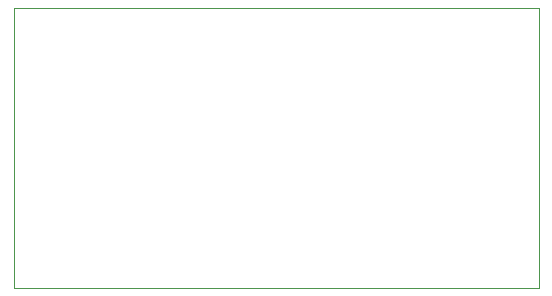
<source format=gm1>
G04 #@! TF.GenerationSoftware,KiCad,Pcbnew,6.0.11+dfsg-1*
G04 #@! TF.CreationDate,2024-04-10T12:01:03+02:00*
G04 #@! TF.ProjectId,Nehari_Chauveliere_aase_dephaseur,4e656861-7269-45f4-9368-617576656c69,rev?*
G04 #@! TF.SameCoordinates,Original*
G04 #@! TF.FileFunction,Profile,NP*
%FSLAX46Y46*%
G04 Gerber Fmt 4.6, Leading zero omitted, Abs format (unit mm)*
G04 Created by KiCad (PCBNEW 6.0.11+dfsg-1) date 2024-04-10 12:01:03*
%MOMM*%
%LPD*%
G01*
G04 APERTURE LIST*
G04 #@! TA.AperFunction,Profile*
%ADD10C,0.100000*%
G04 #@! TD*
G04 APERTURE END LIST*
D10*
X111506000Y-68072000D02*
X155956000Y-68072000D01*
X155956000Y-68072000D02*
X155956000Y-91821000D01*
X155956000Y-91821000D02*
X111506000Y-91821000D01*
X111506000Y-91821000D02*
X111506000Y-68072000D01*
M02*

</source>
